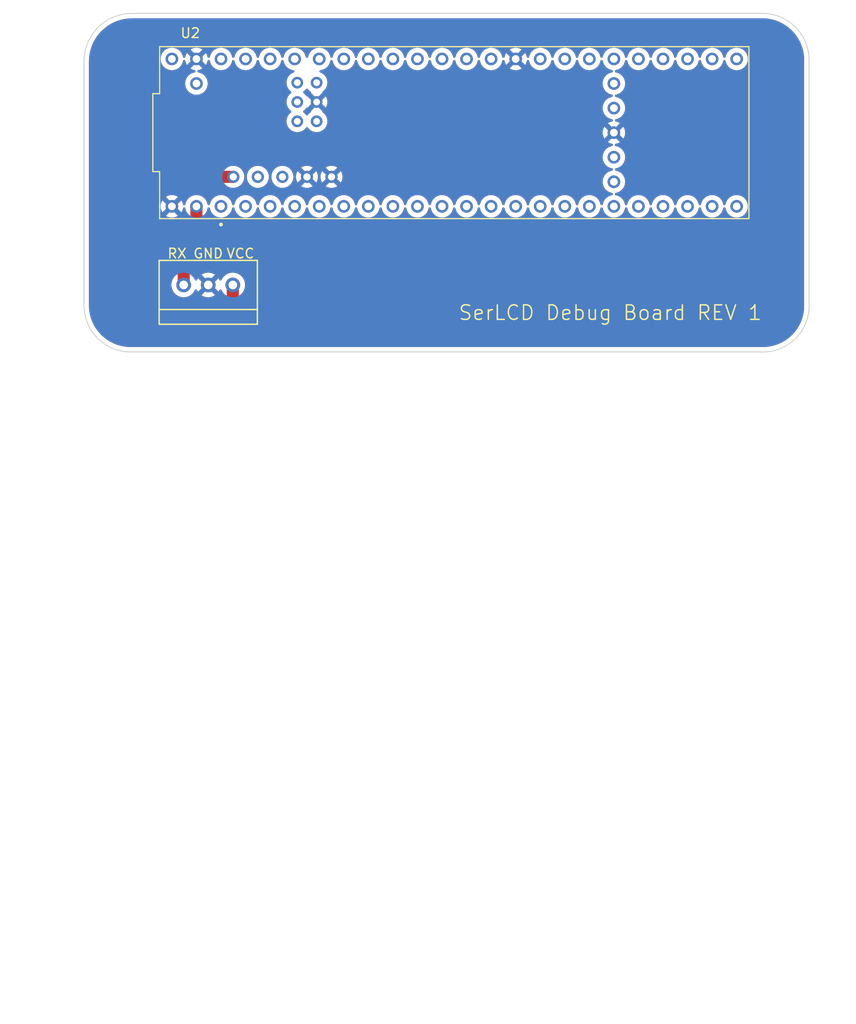
<source format=kicad_pcb>
(kicad_pcb (version 20211014) (generator pcbnew)
  (layers (0 "F.Cu" signal) (31 "B.Cu" signal) (34 "B.Paste" user) (35 "F.Paste" user) (36 "B.SilkS" user "B.Silkscreen") (37 "F.SilkS" user "F.Silkscreen") (38 "B.Mask" user) (39 "F.Mask" user) (44 "Edge.Cuts" user))
  (net 0 "")
  (net 1 "GND")
  (net 2 "Net-(U1-Pad3)")
  (net 4 "Net-(U2-Pad3.3V_1)")
  (net 11 "Net-(U1-Pad1)")
  (net 36 "VCC")
  (footprint "MRDT_Research:MOLEX_SL_03_Vertical" (layer "F.Cu") (at 45.3898 108.077 180)
    (fp_text reference "U1" hide)
    (fp_text value "SerLCD")
    (fp_line (start -2.54 2.54) (end 7.62 2.54) (layer "F.SilkS") (width 0.15))
    (fp_line (start -2.54 2.54) (end -2.54 -2.54) (layer "F.SilkS") (width 0.15))
    (fp_line (start 7.62 -2.54) (end 7.62 -4.064) (layer "F.SilkS") (width 0.15))
    (fp_line (start 7.62 2.54) (end 7.62 -2.54) (layer "F.SilkS") (width 0.15))
    (fp_line (start 7.62 -2.54) (end -2.54 -2.54) (layer "F.SilkS") (width 0.15))
    (fp_line (start 7.62 -4.064) (end -2.54 -4.064) (layer "F.SilkS") (width 0.15))
    (fp_line (start -2.54 -4.064) (end -2.54 -2.54) (layer "F.SilkS") (width 0.15))
    (pad "1" thru_hole circle (at 0 0 180) (size 1.524 1.524) (drill 0.9) (layers *.Cu *.Mask) (net 11 "Net-(U1-Pad1)"))
    (pad "2" thru_hole circle (at 2.54 0 180) (size 1.524 1.524) (drill 0.9) (layers *.Cu *.Mask) (net 1 "GND"))
    (pad "3" thru_hole circle (at 5.08 0 180) (size 1.524 1.524) (drill 0.9) (layers *.Cu *.Mask) (net 2 "Net-(U1-Pad3)"))
  )
  (footprint "MRDT_Research:Teensy 4.1" (layer "F.Cu") (at 68.3006 92.329)
    (fp_text reference "U2" (at -27.305 -10.295) (layer "F.SilkS"))
    (fp_text value "Teensy4.1")
    (fp_line (start 30.48 8.89) (end -30.48 8.89) (layer "F.SilkS") (width 0.127))
    (fp_line (start -30.48 8.89) (end -30.48 4.03) (layer "F.SilkS") (width 0.127))
    (fp_line (start -31.18 4.03) (end -31.18 -4.03) (layer "F.SilkS") (width 0.127))
    (fp_line (start -30.48 -8.89) (end -30.48 -4.03) (layer "F.SilkS") (width 0.127))
    (fp_line (start -30.48 -8.89) (end 30.48 -8.89) (layer "F.SilkS") (width 0.127))
    (fp_line (start 30.48 -8.89) (end 30.48 8.89) (layer "F.SilkS") (width 0.127))
    (fp_line (start -30.48 -4.03) (end -31.18 -4.03) (layer "F.SilkS") (width 0.127))
    (fp_line (start -30.48 4.03) (end -31.18 4.03) (layer "F.SilkS") (width 0.127))
    (fp_circle (center -24.13 9.5) (end -24.03 9.5) (layer "F.SilkS") (width 0.2) (fill none))
    (pad "0" thru_hole circle (at -26.67 7.62) (size 1.308 1.308) (drill 0.8) (layers *.Cu *.Mask) (net 2 "Net-(U1-Pad3)"))
    (pad "1" thru_hole circle (at -24.13 7.62) (size 1.308 1.308) (drill 0.8) (layers *.Cu *.Mask))
    (pad "2" thru_hole circle (at -21.59 7.62) (size 1.308 1.308) (drill 0.8) (layers *.Cu *.Mask))
    (pad "3" thru_hole circle (at -19.05 7.62) (size 1.308 1.308) (drill 0.8) (layers *.Cu *.Mask))
    (pad "3.3V_1" thru_hole circle (at 6.35 7.62) (size 1.308 1.308) (drill 0.8) (layers *.Cu *.Mask) (net 4 "Net-(U2-Pad3.3V_1)"))
    (pad "3.3V_2" thru_hole circle (at -24.13 -7.62) (size 1.308 1.308) (drill 0.8) (layers *.Cu *.Mask) (net 4 "Net-(U2-Pad3.3V_1)"))
    (pad "3.3V_3" thru_hole circle (at 16.51 2.54) (size 1.308 1.308) (drill 0.8) (layers *.Cu *.Mask) (net 4 "Net-(U2-Pad3.3V_1)"))
    (pad "4" thru_hole circle (at -16.51 7.62) (size 1.308 1.308) (drill 0.8) (layers *.Cu *.Mask))
    (pad "5" thru_hole circle (at -13.97 7.62) (size 1.308 1.308) (drill 0.8) (layers *.Cu *.Mask))
    (pad "5V" thru_hole circle (at -22.86 4.57) (size 1.258 1.258) (drill 0.75) (layers *.Cu *.Mask) (net 11 "Net-(U1-Pad1)"))
    (pad "6" thru_hole circle (at -11.43 7.62) (size 1.308 1.308) (drill 0.8) (layers *.Cu *.Mask))
    (pad "7" thru_hole circle (at -8.89 7.62) (size 1.308 1.308) (drill 0.8) (layers *.Cu *.Mask))
    (pad "8" thru_hole circle (at -6.35 7.62) (size 1.308 1.308) (drill 0.8) (layers *.Cu *.Mask))
    (pad "9" thru_hole circle (at -3.81 7.62) (size 1.308 1.308) (drill 0.8) (layers *.Cu *.Mask))
    (pad "10" thru_hole circle (at -1.27 7.62) (size 1.308 1.308) (drill 0.8) (layers *.Cu *.Mask))
    (pad "11" thru_hole circle (at 1.27 7.62) (size 1.308 1.308) (drill 0.8) (layers *.Cu *.Mask))
    (pad "12" thru_hole circle (at 3.81 7.62) (size 1.308 1.308) (drill 0.8) (layers *.Cu *.Mask))
    (pad "13" thru_hole circle (at 3.81 -7.62) (size 1.308 1.308) (drill 0.8) (layers *.Cu *.Mask))
    (pad "14" thru_hole circle (at 1.27 -7.62) (size 1.308 1.308) (drill 0.8) (layers *.Cu *.Mask))
    (pad "15" thru_hole circle (at -1.27 -7.62) (size 1.308 1.308) (drill 0.8) (layers *.Cu *.Mask))
    (pad "16" thru_hole circle (at -3.81 -7.62) (size 1.308 1.308) (drill 0.8) (layers *.Cu *.Mask))
    (pad "17" thru_hole circle (at -6.35 -7.62) (size 1.308 1.308) (drill 0.8) (layers *.Cu *.Mask))
    (pad "18" thru_hole circle (at -8.89 -7.62) (size 1.308 1.308) (drill 0.8) (layers *.Cu *.Mask))
    (pad "19" thru_hole circle (at -11.43 -7.62) (size 1.308 1.308) (drill 0.8) (layers *.Cu *.Mask))
    (pad "20" thru_hole circle (at -13.97 -7.62) (size 1.308 1.308) (drill 0.8) (layers *.Cu *.Mask))
    (pad "21" thru_hole circle (at -16.51 -7.62) (size 1.308 1.308) (drill 0.8) (layers *.Cu *.Mask))
    (pad "22" thru_hole circle (at -19.05 -7.62) (size 1.308 1.308) (drill 0.8) (layers *.Cu *.Mask))
    (pad "23" thru_hole circle (at -21.59 -7.62) (size 1.308 1.308) (drill 0.8) (layers *.Cu *.Mask))
    (pad "24" thru_hole circle (at 8.89 7.62) (size 1.308 1.308) (drill 0.8) (layers *.Cu *.Mask))
    (pad "25" thru_hole circle (at 11.43 7.62) (size 1.308 1.308) (drill 0.8) (layers *.Cu *.Mask))
    (pad "26" thru_hole circle (at 13.97 7.62) (size 1.308 1.308) (drill 0.8) (layers *.Cu *.Mask))
    (pad "27" thru_hole circle (at 16.51 7.62) (size 1.308 1.308) (drill 0.8) (layers *.Cu *.Mask))
    (pad "28" thru_hole circle (at 19.05 7.62) (size 1.308 1.308) (drill 0.8) (layers *.Cu *.Mask))
    (pad "29" thru_hole circle (at 21.59 7.62) (size 1.308 1.308) (drill 0.8) (layers *.Cu *.Mask))
    (pad "30" thru_hole circle (at 24.13 7.62) (size 1.308 1.308) (drill 0.8) (layers *.Cu *.Mask))
    (pad "31" thru_hole circle (at 26.67 7.62) (size 1.308 1.308) (drill 0.8) (layers *.Cu *.Mask))
    (pad "32" thru_hole circle (at 29.21 7.62) (size 1.308 1.308) (drill 0.8) (layers *.Cu *.Mask))
    (pad "33" thru_hole circle (at 29.21 -7.62) (size 1.308 1.308) (drill 0.8) (layers *.Cu *.Mask))
    (pad "34" thru_hole circle (at 26.67 -7.62) (size 1.308 1.308) (drill 0.8) (layers *.Cu *.Mask))
    (pad "35" thru_hole circle (at 24.13 -7.62) (size 1.308 1.308) (drill 0.8) (layers *.Cu *.Mask))
    (pad "36" thru_hole circle (at 21.59 -7.62) (size 1.308 1.308) (drill 0.8) (layers *.Cu *.Mask))
    (pad "37" thru_hole circle (at 19.05 -7.62) (size 1.308 1.308) (drill 0.8) (layers *.Cu *.Mask))
    (pad "38" thru_hole circle (at 16.51 -7.62) (size 1.308 1.308) (drill 0.8) (layers *.Cu *.Mask))
    (pad "39" thru_hole circle (at 13.97 -7.62) (size 1.308 1.308) (drill 0.8) (layers *.Cu *.Mask))
    (pad "40" thru_hole circle (at 11.43 -7.62) (size 1.308 1.308) (drill 0.8) (layers *.Cu *.Mask))
    (pad "41" thru_hole circle (at 8.89 -7.62) (size 1.308 1.308) (drill 0.8) (layers *.Cu *.Mask))
    (pad "D+" thru_hole circle (at -17.78 4.57) (size 1.258 1.258) (drill 0.75) (layers *.Cu *.Mask))
    (pad "D-" thru_hole circle (at -20.32 4.57) (size 1.258 1.258) (drill 0.75) (layers *.Cu *.Mask))
    (pad "GND1" thru_hole circle (at -29.21 7.62) (size 1.308 1.308) (drill 0.8) (layers *.Cu *.Mask) (net 1 "GND"))
    (pad "GND2" thru_hole circle (at 6.35 -7.62) (size 1.308 1.308) (drill 0.8) (layers *.Cu *.Mask) (net 1 "GND"))
    (pad "GND3" thru_hole circle (at -26.67 -7.62) (size 1.308 1.308) (drill 0.8) (layers *.Cu *.Mask) (net 1 "GND"))
    (pad "GND4" thru_hole circle (at 16.51 0) (size 1.308 1.308) (drill 0.8) (layers *.Cu *.Mask) (net 1 "GND"))
    (pad "GND5" thru_hole circle (at -14.24 -3.17) (size 1.208 1.208) (drill 0.7) (layers *.Cu *.Mask) (net 1 "GND"))
    (pad "LED" thru_hole circle (at -16.24 -3.17) (size 1.208 1.208) (drill 0.7) (layers *.Cu *.Mask))
    (pad "ON/OFF" thru_hole circle (at 16.51 -5.08) (size 1.308 1.308) (drill 0.8) (layers *.Cu *.Mask))
    (pad "PROGRAM" thru_hole circle (at 16.51 -2.54) (size 1.308 1.308) (drill 0.8) (layers *.Cu *.Mask))
    (pad "R+" thru_hole circle (at -16.24 -5.17) (size 1.208 1.208) (drill 0.7) (layers *.Cu *.Mask))
    (pad "R-" thru_hole circle (at -14.24 -5.17) (size 1.208 1.208) (drill 0.7) (layers *.Cu *.Mask))
    (pad "T+" thru_hole circle (at -14.24 -1.17) (size 1.208 1.208) (drill 0.7) (layers *.Cu *.Mask))
    (pad "T-" thru_hole circle (at -16.24 -1.17) (size 1.208 1.208) (drill 0.7) (layers *.Cu *.Mask))
    (pad "USB_GND1" thru_hole circle (at -15.24 4.57) (size 1.258 1.258) (drill 0.75) (layers *.Cu *.Mask) (net 1 "GND"))
    (pad "USB_GND2" thru_hole circle (at -12.7 4.57) (size 1.258 1.258) (drill 0.75) (layers *.Cu *.Mask) (net 1 "GND"))
    (pad "VBAT" thru_hole circle (at 16.51 5.08) (size 1.308 1.308) (drill 0.8) (layers *.Cu *.Mask))
    (pad "VIN" thru_hole circle (at -29.21 -7.62) (size 1.308 1.308) (drill 0.8) (layers *.Cu *.Mask) (net 36 "VCC"))
    (pad "VUSB" thru_hole circle (at -26.67 -5.08) (size 1.308 1.308) (drill 0.8) (layers *.Cu *.Mask))
  )
  (gr_line (start 35 115) (end 100 115) (layer "Edge.Cuts") (width 0.1))
  (gr_arc (start 100 80) (mid 103.587522 81.412478) (end 105 85) (layer "Edge.Cuts") (width 0.1))
  (gr_line (start 35 80) (end 100 80) (layer "Edge.Cuts") (width 0.1))
  (gr_arc (start 105 110) (mid 103.604571 113.604571) (end 100 115) (layer "Edge.Cuts") (width 0.1))
  (gr_arc (start 30 85) (mid 31.453273 81.453273) (end 35 80) (layer "Edge.Cuts") (width 0.1))
  (gr_arc (start 35 115) (mid 31.411016 113.588984) (end 30 110) (layer "Edge.Cuts") (width 0.1))
  (gr_line (start 30 85) (end 30 110) (layer "Edge.Cuts") (width 0.1))
  (gr_line (start 105 85) (end 105 110) (layer "Edge.Cuts") (width 0.1))
  (gr_text "VCC\n" (at 46.1772 104.8258) (layer "F.SilkS") (effects (font (size 1 1))))
  (gr_text "GND\n" (at 42.8498 104.8258) (layer "F.SilkS") (effects (font (size 1 1))))
  (gr_text "RX" (at 39.624 104.8258) (layer "F.SilkS") (effects (font (size 1 1))))
  (gr_text "SerLCD Debug Board REV 1" (at 84.4296 110.9472) (layer "F.SilkS") (effects (font (size 1.5 1.5))))
  (segment (start 41.6306 99.949) (end 41.6306 103.2256) (width 1.25) (layer "F.Cu") (net 2))
  (segment (start 40.3098 104.5464) (end 40.3098 108.077) (width 1.25) (layer "F.Cu") (net 2))
  (segment (start 41.6306 103.2256) (end 40.3098 104.5464) (width 1.25) (layer "F.Cu") (net 2))
  (segment (start 36.6014 97.1804) (end 36.8828 96.899) (width 1.25) (layer "F.Cu") (net 11))
  (segment (start 45.3898 108.077) (end 45.3898 111.2266) (width 1.25) (layer "F.Cu") (net 11))
  (segment (start 36.8828 96.899) (end 45.4406 96.899) (width 1.25) (layer "F.Cu") (net 11))
  (segment (start 45.3898 111.2266) (end 45.2374 111.379) (width 1.25) (layer "F.Cu") (net 11))
  (segment (start 45.2374 111.379) (end 38.2016 111.379) (width 1.25) (layer "F.Cu") (net 11))
  (segment (start 36.6014 109.7788) (end 36.6014 97.1804) (width 1.25) (layer "F.Cu") (net 11))
  (segment (start 38.2016 111.379) (end 36.6014 109.7788) (width 1.25) (layer "F.Cu") (net 11))
  (zone (net 1) (net_name "GND") (layers F&B.Cu) (connect_pads (clearance 0.508)) (min_thickness 0.254) (fill yes (thermal_gap 0.508) (thermal_bridge_width 0.508))
    (polygon (pts (xy 108.0262 78.7908) (xy 106.9594 117.6782) (xy 26.3652 117.7798) (xy 26.8478 78.613)))
  )
)
</source>
